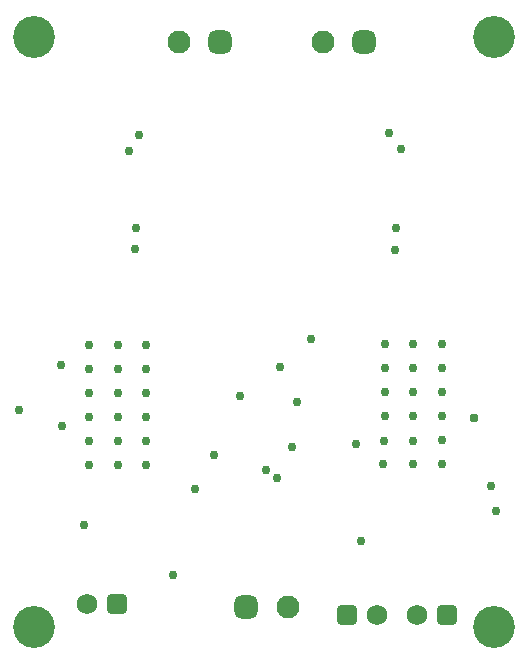
<source format=gbs>
G04*
G04 #@! TF.GenerationSoftware,Altium Limited,Altium Designer,23.10.1 (27)*
G04*
G04 Layer_Color=16711935*
%FSLAX25Y25*%
%MOIN*%
G70*
G04*
G04 #@! TF.SameCoordinates,BE9A1C7D-6EBF-47CB-866B-E429BD166B13*
G04*
G04*
G04 #@! TF.FilePolarity,Negative*
G04*
G01*
G75*
G04:AMPARAMS|DCode=35|XSize=68.9mil|YSize=68.9mil|CornerRadius=18.7mil|HoleSize=0mil|Usage=FLASHONLY|Rotation=180.000|XOffset=0mil|YOffset=0mil|HoleType=Round|Shape=RoundedRectangle|*
%AMROUNDEDRECTD35*
21,1,0.06890,0.03150,0,0,180.0*
21,1,0.03150,0.06890,0,0,180.0*
1,1,0.03740,-0.01575,0.01575*
1,1,0.03740,0.01575,0.01575*
1,1,0.03740,0.01575,-0.01575*
1,1,0.03740,-0.01575,-0.01575*
%
%ADD35ROUNDEDRECTD35*%
%ADD36C,0.06890*%
G04:AMPARAMS|DCode=37|XSize=76.77mil|YSize=76.77mil|CornerRadius=20.67mil|HoleSize=0mil|Usage=FLASHONLY|Rotation=0.000|XOffset=0mil|YOffset=0mil|HoleType=Round|Shape=RoundedRectangle|*
%AMROUNDEDRECTD37*
21,1,0.07677,0.03543,0,0,0.0*
21,1,0.03543,0.07677,0,0,0.0*
1,1,0.04134,0.01772,-0.01772*
1,1,0.04134,-0.01772,-0.01772*
1,1,0.04134,-0.01772,0.01772*
1,1,0.04134,0.01772,0.01772*
%
%ADD37ROUNDEDRECTD37*%
%ADD38C,0.07677*%
%ADD39C,0.13976*%
%ADD40C,0.02991*%
%ADD41C,0.03091*%
%ADD42C,0.02953*%
%ADD43C,0.02992*%
D35*
X149500Y16000D02*
D03*
X39600Y19700D02*
D03*
X116200Y16000D02*
D03*
D36*
X139500Y16000D02*
D03*
X29600Y19700D02*
D03*
X126200Y16000D02*
D03*
D37*
X82720Y18500D02*
D03*
X122000Y207000D02*
D03*
X74000D02*
D03*
D38*
X96500Y18500D02*
D03*
X108220Y207000D02*
D03*
X60220D02*
D03*
D39*
X11811Y208661D02*
D03*
X165354Y11811D02*
D03*
X11811D02*
D03*
X165354Y208661D02*
D03*
D40*
X147800Y106100D02*
D03*
X65600Y58000D02*
D03*
X7000Y84300D02*
D03*
X132400Y137700D02*
D03*
X132500Y144900D02*
D03*
X45800Y145000D02*
D03*
X45700Y137800D02*
D03*
X128400Y66200D02*
D03*
X128500Y73800D02*
D03*
X138244Y66144D02*
D03*
X138300Y73800D02*
D03*
Y82101D02*
D03*
X49400Y97800D02*
D03*
X30400D02*
D03*
X39900D02*
D03*
X92900Y61600D02*
D03*
X89400Y64300D02*
D03*
X30400Y65800D02*
D03*
X147800Y66100D02*
D03*
Y90100D02*
D03*
Y82100D02*
D03*
X138300Y90100D02*
D03*
Y98100D02*
D03*
Y106100D02*
D03*
X147800Y98100D02*
D03*
Y74100D02*
D03*
X128800Y90100D02*
D03*
Y98100D02*
D03*
Y106100D02*
D03*
X49400Y81800D02*
D03*
X39900D02*
D03*
Y89800D02*
D03*
Y73800D02*
D03*
X49400Y105800D02*
D03*
Y65800D02*
D03*
Y73800D02*
D03*
Y89800D02*
D03*
X39900Y65800D02*
D03*
X30400Y73800D02*
D03*
Y81800D02*
D03*
Y89800D02*
D03*
Y105800D02*
D03*
X39900D02*
D03*
D41*
X158500Y81600D02*
D03*
D42*
X134200Y171100D02*
D03*
X47000Y175900D02*
D03*
X119289Y72901D02*
D03*
X120800Y40500D02*
D03*
X99500Y87000D02*
D03*
X80500Y88800D02*
D03*
X58200Y29200D02*
D03*
X28500Y45900D02*
D03*
X21400Y79000D02*
D03*
X104300Y108000D02*
D03*
X94100Y98600D02*
D03*
X165800Y50400D02*
D03*
X71800Y69300D02*
D03*
X21100Y99300D02*
D03*
X97900Y72000D02*
D03*
X43764Y170451D02*
D03*
X130300Y176600D02*
D03*
X164200Y58900D02*
D03*
D43*
X128800Y82100D02*
D03*
M02*

</source>
